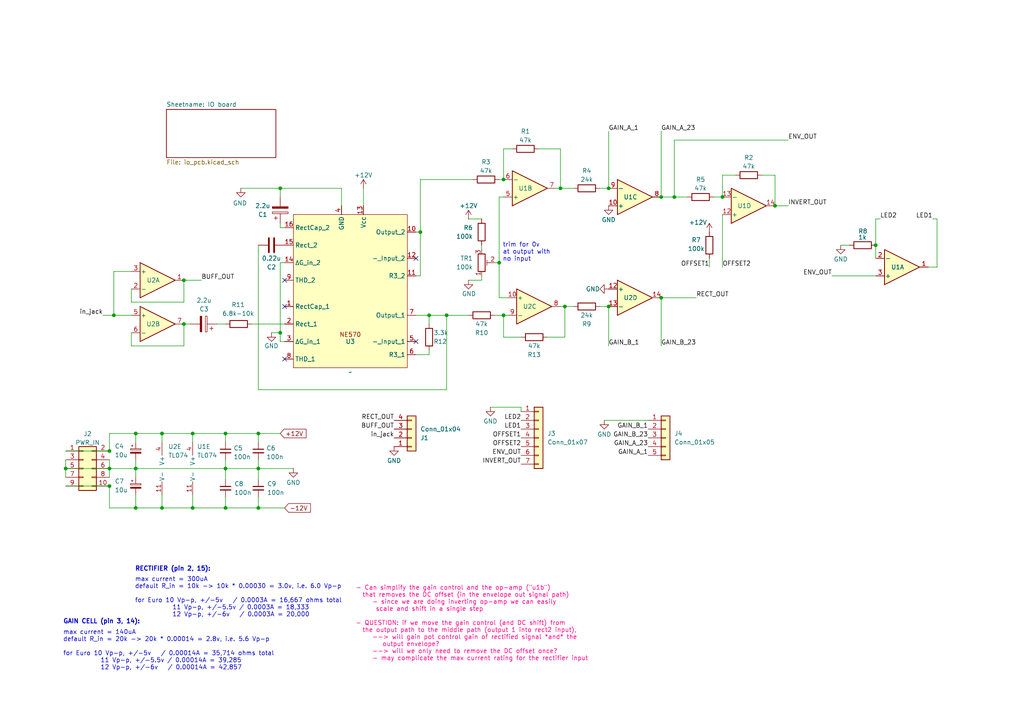
<source format=kicad_sch>
(kicad_sch (version 20231120) (generator "eeschema") (generator_version "8.0")
  (paper "A4")
  (lib_symbols
    (symbol "Amplifier_Operational:TL074" (pin_names (offset 0.127))
      (property "Reference" "U" (at 0 5.08 0))
      (property "Value" "TL074" (at 0 -5.08 0))
      (symbol "TL074_1_1"
        (polyline (pts (xy -5.08 5.08) (xy 5.08 0) (xy -5.08 -5.08) (xy -5.08 5.08)) (stroke (width 0.254)) (fill (type background)))
        (pin output line (at 7.62 0 180) (length 2.54) (name "~") (number "1"))
        (pin input line (at -7.62 -2.54 0) (length 2.54) (name "-") (number "2"))
        (pin input line (at -7.62 2.54 0) (length 2.54) (name "+") (number "3"))
      )
      (symbol "TL074_2_1"
        (polyline (pts (xy -5.08 5.08) (xy 5.08 0) (xy -5.08 -5.08) (xy -5.08 5.08)) (stroke (width 0.254)) (fill (type background)))
        (pin input line (at -7.62 2.54 0) (length 2.54) (name "+") (number "5"))
        (pin input line (at -7.62 -2.54 0) (length 2.54) (name "-") (number "6"))
        (pin output line (at 7.62 0 180) (length 2.54) (name "~") (number "7"))
      )
      (symbol "TL074_3_1"
        (polyline (pts (xy -5.08 5.08) (xy 5.08 0) (xy -5.08 -5.08) (xy -5.08 5.08)) (stroke (width 0.254)) (fill (type background)))
        (pin input line (at -7.62 2.54 0) (length 2.54) (name "+") (number "10"))
        (pin output line (at 7.62 0 180) (length 2.54) (name "~") (number "8"))
        (pin input line (at -7.62 -2.54 0) (length 2.54) (name "-") (number "9"))
      )
      (symbol "TL074_4_1"
        (polyline (pts (xy -5.08 5.08) (xy 5.08 0) (xy -5.08 -5.08) (xy -5.08 5.08)) (stroke (width 0.254)) (fill (type background)))
        (pin input line (at -7.62 2.54 0) (length 2.54) (name "+") (number "12"))
        (pin input line (at -7.62 -2.54 0) (length 2.54) (name "-") (number "13"))
        (pin output line (at 7.62 0 180) (length 2.54) (name "~") (number "14"))
      )
      (symbol "TL074_5_1"
        (pin power_in line (at -2.54 -7.62 90) (length 3.81) (name "V-") (number "11"))
        (pin power_in line (at -2.54 7.62 270) (length 3.81) (name "V+") (number "4"))
      )
    )
    (symbol "Connector_Generic:Conn_01x04" (pin_names (offset 1.016) hide)
      (property "Reference" "J" (at 0 5.08 0))
      (property "Value" "Conn_01x04" (at 0 -7.62 0))
      (symbol "Conn_01x04_1_1"
        (rectangle (start -1.27 -4.953) (end 0 -5.207) (stroke (width 0.1524)))
        (rectangle (start -1.27 -2.413) (end 0 -2.667) (stroke (width 0.1524)))
        (rectangle (start -1.27 0.127) (end 0 -0.127) (stroke (width 0.1524)))
        (rectangle (start -1.27 2.667) (end 0 2.413) (stroke (width 0.1524)))
        (rectangle (start -1.27 3.81) (end 1.27 -6.35) (stroke (width 0.254)) (fill (type background)))
        (pin passive line (at -5.08 2.54 0) (length 3.81) (name "Pin_1") (number "1"))
        (pin passive line (at -5.08 0 0) (length 3.81) (name "Pin_2") (number "2"))
        (pin passive line (at -5.08 -2.54 0) (length 3.81) (name "Pin_3") (number "3"))
        (pin passive line (at -5.08 -5.08 0) (length 3.81) (name "Pin_4") (number "4"))
      )
    )
    (symbol "Connector_Generic:Conn_01x05" (pin_names (offset 1.016) hide)
      (property "Reference" "J" (at 0 7.62 0))
      (property "Value" "Conn_01x05" (at 0 -7.62 0))
      (symbol "Conn_01x05_1_1"
        (rectangle (start -1.27 -4.953) (end 0 -5.207) (stroke (width 0.1524)))
        (rectangle (start -1.27 -2.413) (end 0 -2.667) (stroke (width 0.1524)))
        (rectangle (start -1.27 0.127) (end 0 -0.127) (stroke (width 0.1524)))
        (rectangle (start -1.27 2.667) (end 0 2.413) (stroke (width 0.1524)))
        (rectangle (start -1.27 5.207) (end 0 4.953) (stroke (width 0.1524)))
        (rectangle (start -1.27 6.35) (end 1.27 -6.35) (stroke (width 0.254)) (fill (type background)))
        (pin passive line (at -5.08 5.08 0) (length 3.81) (name "Pin_1") (number "1"))
        (pin passive line (at -5.08 2.54 0) (length 3.81) (name "Pin_2") (number "2"))
        (pin passive line (at -5.08 0 0) (length 3.81) (name "Pin_3") (number "3"))
        (pin passive line (at -5.08 -2.54 0) (length 3.81) (name "Pin_4") (number "4"))
        (pin passive line (at -5.08 -5.08 0) (length 3.81) (name "Pin_5") (number "5"))
      )
    )
    (symbol "Connector_Generic:Conn_01x07" (pin_names (offset 1.016) hide)
      (property "Reference" "J" (at 0 10.16 0))
      (property "Value" "Conn_01x07" (at 0 -10.16 0))
      (symbol "Conn_01x07_1_1"
        (rectangle (start -1.27 -7.493) (end 0 -7.747) (stroke (width 0.1524)))
        (rectangle (start -1.27 -4.953) (end 0 -5.207) (stroke (width 0.1524)))
        (rectangle (start -1.27 -2.413) (end 0 -2.667) (stroke (width 0.1524)))
        (rectangle (start -1.27 0.127) (end 0 -0.127) (stroke (width 0.1524)))
        (rectangle (start -1.27 2.667) (end 0 2.413) (stroke (width 0.1524)))
        (rectangle (start -1.27 5.207) (end 0 4.953) (stroke (width 0.1524)))
        (rectangle (start -1.27 7.747) (end 0 7.493) (stroke (width 0.1524)))
        (rectangle (start -1.27 8.89) (end 1.27 -8.89) (stroke (width 0.254)) (fill (type background)))
        (pin passive line (at -5.08 7.62 0) (length 3.81) (name "Pin_1") (number "1"))
        (pin passive line (at -5.08 5.08 0) (length 3.81) (name "Pin_2") (number "2"))
        (pin passive line (at -5.08 2.54 0) (length 3.81) (name "Pin_3") (number "3"))
        (pin passive line (at -5.08 0 0) (length 3.81) (name "Pin_4") (number "4"))
        (pin passive line (at -5.08 -2.54 0) (length 3.81) (name "Pin_5") (number "5"))
        (pin passive line (at -5.08 -5.08 0) (length 3.81) (name "Pin_6") (number "6"))
        (pin passive line (at -5.08 -7.62 0) (length 3.81) (name "Pin_7") (number "7"))
      )
    )
    (symbol "Connector_Generic:Conn_02x05_Odd_Even" (pin_names (offset 1.016) hide)
      (property "Reference" "J" (at 1.27 7.62 0))
      (property "Value" "Conn_02x05_Odd_Even" (at 1.27 -7.62 0))
      (symbol "Conn_02x05_Odd_Even_1_1"
        (rectangle (start -1.27 -4.953) (end 0 -5.207) (stroke (width 0.1524)))
        (rectangle (start -1.27 -2.413) (end 0 -2.667) (stroke (width 0.1524)))
        (rectangle (start -1.27 0.127) (end 0 -0.127) (stroke (width 0.1524)))
        (rectangle (start -1.27 2.667) (end 0 2.413) (stroke (width 0.1524)))
        (rectangle (start -1.27 5.207) (end 0 4.953) (stroke (width 0.1524)))
        (rectangle (start -1.27 6.35) (end 3.81 -6.35) (stroke (width 0.254)) (fill (type background)))
        (rectangle (start 3.81 -4.953) (end 2.54 -5.207) (stroke (width 0.1524)))
        (rectangle (start 3.81 -2.413) (end 2.54 -2.667) (stroke (width 0.1524)))
        (rectangle (start 3.81 0.127) (end 2.54 -0.127) (stroke (width 0.1524)))
        (rectangle (start 3.81 2.667) (end 2.54 2.413) (stroke (width 0.1524)))
        (rectangle (start 3.81 5.207) (end 2.54 4.953) (stroke (width 0.1524)))
        (pin passive line (at -5.08 5.08 0) (length 3.81) (name "Pin_1") (number "1"))
        (pin passive line (at 7.62 -5.08 180) (length 3.81) (name "Pin_10") (number "10"))
        (pin passive line (at 7.62 5.08 180) (length 3.81) (name "Pin_2") (number "2"))
        (pin passive line (at -5.08 2.54 0) (length 3.81) (name "Pin_3") (number "3"))
        (pin passive line (at 7.62 2.54 180) (length 3.81) (name "Pin_4") (number "4"))
        (pin passive line (at -5.08 0 0) (length 3.81) (name "Pin_5") (number "5"))
        (pin passive line (at 7.62 0 180) (length 3.81) (name "Pin_6") (number "6"))
        (pin passive line (at -5.08 -2.54 0) (length 3.81) (name "Pin_7") (number "7"))
        (pin passive line (at 7.62 -2.54 180) (length 3.81) (name "Pin_8") (number "8"))
        (pin passive line (at -5.08 -5.08 0) (length 3.81) (name "Pin_9") (number "9"))
      )
    )
    (symbol "Device:C" (pin_numbers hide) (pin_names (offset 0.254))
      (property "Reference" "C" (at 0.635 2.54 0))
      (property "Value" "C" (at 0.635 -2.54 0))
      (symbol "C_0_1"
        (polyline (pts (xy -2.032 -0.762) (xy 2.032 -0.762)) (stroke (width 0.508)))
        (polyline (pts (xy -2.032 0.762) (xy 2.032 0.762)) (stroke (width 0.508)))
      )
      (symbol "C_1_1"
        (pin passive line (at 0 3.81 270) (length 2.794) (name "~") (number "1"))
        (pin passive line (at 0 -3.81 90) (length 2.794) (name "~") (number "2"))
      )
    )
    (symbol "Device:C_Polarized" (pin_numbers hide) (pin_names (offset 0.254))
      (property "Reference" "C" (at 0.635 2.54 0))
      (property "Value" "C_Polarized" (at 0.635 -2.54 0))
      (symbol "C_Polarized_0_1"
        (rectangle (start -2.286 0.508) (end 2.286 1.016))
        (polyline (pts (xy -1.778 2.286) (xy -0.762 2.286)))
        (polyline (pts (xy -1.27 2.794) (xy -1.27 1.778)))
        (rectangle (start 2.286 -0.508) (end -2.286 -1.016) (fill (type outline)))
      )
      (symbol "C_Polarized_1_1"
        (pin passive line (at 0 3.81 270) (length 2.794) (name "~") (number "1"))
        (pin passive line (at 0 -3.81 90) (length 2.794) (name "~") (number "2"))
      )
    )
    (symbol "Device:C_Polarized_Small" (pin_numbers hide) (pin_names (offset 0.254) hide)
      (property "Reference" "C" (at 0.254 1.778 0))
      (property "Value" "C_Polarized_Small" (at 0.254 -2.032 0))
      (symbol "C_Polarized_Small_0_1"
        (rectangle (start -1.524 -0.3048) (end 1.524 -0.6858) (fill (type outline)))
        (rectangle (start -1.524 0.6858) (end 1.524 0.3048))
        (polyline (pts (xy -1.27 1.524) (xy -0.762 1.524)))
        (polyline (pts (xy -1.016 1.27) (xy -1.016 1.778)))
      )
      (symbol "C_Polarized_Small_1_1"
        (pin passive line (at 0 2.54 270) (length 1.8542) (name "~") (number "1"))
        (pin passive line (at 0 -2.54 90) (length 1.8542) (name "~") (number "2"))
      )
    )
    (symbol "Device:C_Small" (pin_numbers hide) (pin_names (offset 0.254) hide)
      (property "Reference" "C" (at 0.254 1.778 0))
      (property "Value" "C_Small" (at 0.254 -2.032 0))
      (symbol "C_Small_0_1"
        (polyline (pts (xy -1.524 -0.508) (xy 1.524 -0.508)) (stroke (width 0.3302)))
        (polyline (pts (xy -1.524 0.508) (xy 1.524 0.508)) (stroke (width 0.3048)))
      )
      (symbol "C_Small_1_1"
        (pin passive line (at 0 2.54 270) (length 2.032) (name "~") (number "1"))
        (pin passive line (at 0 -2.54 90) (length 2.032) (name "~") (number "2"))
      )
    )
    (symbol "Device:R" (pin_numbers hide) (pin_names (offset 0))
      (property "Reference" "R" (at 2.032 0 90))
      (property "Value" "R" (at 0 0 90))
      (symbol "R_0_1"
        (rectangle (start -1.016 -2.54) (end 1.016 2.54) (stroke (width 0.254)))
      )
      (symbol "R_1_1"
        (pin passive line (at 0 3.81 270) (length 1.27) (name "~") (number "1"))
        (pin passive line (at 0 -3.81 90) (length 1.27) (name "~") (number "2"))
      )
    )
    (symbol "Device:R_Potentiometer_Trim" (pin_names (offset 1.016) hide)
      (property "Reference" "RV" (at -4.445 0 90))
      (property "Value" "R_Potentiometer_Trim" (at -2.54 0 90))
      (symbol "R_Potentiometer_Trim_0_1"
        (polyline (pts (xy 1.524 0.762) (xy 1.524 -0.762)))
        (polyline (pts (xy 2.54 0) (xy 1.524 0)))
        (rectangle (start 1.016 2.54) (end -1.016 -2.54) (stroke (width 0.254)))
      )
      (symbol "R_Potentiometer_Trim_1_1"
        (pin passive line (at 0 3.81 270) (length 1.27) (name "1") (number "1"))
        (pin passive line (at 3.81 0 180) (length 1.27) (name "2") (number "2"))
        (pin passive line (at 0 -3.81 90) (length 1.27) (name "3") (number "3"))
      )
    )
    (symbol "WeirdVibes_Eurorack:NE570"
      (property "Reference" "U" (at 0 15.24 0))
      (symbol "NE570_0_0"
        (pin input line (at -19.05 3.81 0) (length 2.54) (name "RectCap_1") (number "1"))
        (pin output line (at 19.05 -17.78 180) (length 2.54) (name "Output_2") (number "10"))
        (pin input line (at 19.05 -5.08 180) (length 2.54) (name "R3_2") (number "11"))
        (pin input line (at 3.81 -25.4 90) (length 2.54) (name "Vcc") (number "13"))
        (pin input line (at -19.05 -13.97 0) (length 2.54) (name "Rect_2") (number "15"))
        (pin input line (at -19.05 -19.05 0) (length 2.54) (name "RectCap_2") (number "16"))
        (pin input line (at -19.05 8.89 0) (length 2.54) (name "Rect_1") (number "2"))
        (pin input line (at -2.54 -25.4 90) (length 2.54) (name "GND") (number "4"))
        (pin input line (at 19.05 17.78 180) (length 2.54) (name "R3_1") (number "6"))
        (pin output line (at 19.05 6.35 180) (length 2.54) (name "Output_1") (number "7"))
        (pin input line (at -19.05 19.05 0) (length 2.54) (name "THD_1") (number "8"))
        (pin input line (at -19.05 -3.81 0) (length 2.54) (name "THD_2") (number "9"))
      )
      (symbol "NE570_1_0"
        (pin input line (at 19.05 -10.16 180) (length 2.54) (name "-_Input_2") (number "12"))
        (pin input line (at -19.05 -8.89 0) (length 2.54) (name "ΔG_in_2") (number "14"))
        (pin input line (at -19.05 13.97 0) (length 2.54) (name "ΔG_in_1") (number "3"))
        (pin input line (at 19.05 13.97 180) (length 2.54) (name "-_Input_1") (number "5"))
      )
      (symbol "NE570_1_1"
        (rectangle (start -16.51 21.59) (end 16.51 -22.86) (fill (type background)))
        (text "NE570\n" (at 0 11.938 0) (effects (font (size 1.27 1.27))))
      )
    )
    (symbol "power:+12V" (power) (pin_numbers hide) (pin_names (offset 0) hide)
      (property "Value" "+12V" (at 0 3.556 0))
      (symbol "+12V_0_1"
        (polyline (pts (xy -0.762 1.27) (xy 0 2.54)))
        (polyline (pts (xy 0 0) (xy 0 2.54)))
        (polyline (pts (xy 0 2.54) (xy 0.762 1.27)))
      )
      (symbol "+12V_1_1"
        (pin power_in line (at 0 0 90) (length 0) (name "~") (number "1"))
      )
    )
    (symbol "power:GND" (power) (pin_numbers hide) (pin_names (offset 0) hide)
      (property "Value" "GND" (at 0 -3.81 0))
      (symbol "GND_0_1"
        (polyline (pts (xy 0 0) (xy 0 -1.27) (xy 1.27 -1.27) (xy 0 -2.54) (xy -1.27 -1.27) (xy 0 -1.27)))
      )
      (symbol "GND_1_1"
        (pin power_in line (at 0 0 270) (length 0) (name "~") (number "1"))
      )
    )
  )
  (junction (at 81.28 54.61))
  (junction (at 146.05 52.07))
  (junction (at 33.02 91.44))
  (junction (at 46.99 147.32))
  (junction (at 65.405 135.89))
  (junction (at 39.37 125.73))
  (junction (at 19.05 135.89))
  (junction (at 121.92 67.31))
  (junction (at 53.34 81.28))
  (junction (at 39.37 147.32))
  (junction (at 254 71.12))
  (junction (at 163.83 88.9))
  (junction (at 81.28 96.52))
  (junction (at 124.46 91.44))
  (junction (at 224.79 59.69))
  (junction (at 46.99 125.73))
  (junction (at 191.77 86.36))
  (junction (at 129.54 91.44))
  (junction (at 74.93 125.73))
  (junction (at 53.34 93.98))
  (junction (at 74.93 135.89))
  (junction (at 191.77 57.15))
  (junction (at 31.75 135.89))
  (junction (at 31.75 140.97))
  (junction (at 55.88 125.73))
  (junction (at 176.53 54.61))
  (junction (at 162.56 54.61))
  (junction (at 176.53 88.9))
  (junction (at 74.93 147.32))
  (junction (at 65.405 147.32))
  (junction (at 144.78 76.2))
  (junction (at 209.55 57.15))
  (junction (at 31.75 130.81))
  (junction (at 65.405 125.73))
  (junction (at 39.37 135.89))
  (junction (at 146.05 91.44))
  (junction (at 195.58 57.15))
  (junction (at 55.88 147.32))
  (no_connect (at 120.65 74.93))
  (no_connect (at 82.55 104.14))
  (no_connect (at 82.55 81.28))
  (no_connect (at 120.65 99.06))
  (no_connect (at 82.55 88.9))
  (wire (pts (xy 81.28 76.2) (xy 81.28 96.52)))
  (wire (pts (xy 254 63.5) (xy 255.27 63.5)))
  (wire (pts (xy 53.34 93.98) (xy 55.245 93.98)))
  (wire (pts (xy 254 63.5) (xy 254 71.12)))
  (wire (pts (xy 74.93 147.32) (xy 82.55 147.32)))
  (wire (pts (xy 29.845 91.44) (xy 33.02 91.44)))
  (wire (pts (xy 74.93 144.145) (xy 74.93 147.32)))
  (wire (pts (xy 121.92 52.07) (xy 121.92 67.31)))
  (wire (pts (xy 254 74.93) (xy 254 71.12)))
  (wire (pts (xy 39.37 147.32) (xy 46.99 147.32)))
  (wire (pts (xy 19.05 135.89) (xy 19.05 138.43)))
  (wire (pts (xy 120.65 80.01) (xy 121.92 80.01)))
  (wire (pts (xy 176.53 54.61) (xy 173.99 54.61)))
  (wire (pts (xy 143.51 76.2) (xy 144.78 76.2)))
  (wire (pts (xy 31.75 147.32) (xy 39.37 147.32)))
  (wire (pts (xy 65.405 125.73) (xy 65.405 128.27)))
  (wire (pts (xy 78.74 96.52) (xy 81.28 96.52)))
  (wire (pts (xy 65.405 135.89) (xy 74.93 135.89)))
  (wire (pts (xy 176.53 100.33) (xy 176.53 88.9)))
  (wire (pts (xy 191.77 86.36) (xy 201.93 86.36)))
  (wire (pts (xy 65.405 133.35) (xy 65.405 135.89)))
  (wire (pts (xy 65.405 135.89) (xy 65.405 139.065)))
  (wire (pts (xy 146.05 97.79) (xy 146.05 91.44)))
  (wire (pts (xy 166.37 54.61) (xy 162.56 54.61)))
  (wire (pts (xy 139.7 71.12) (xy 139.7 72.39)))
  (wire (pts (xy 271.78 63.5) (xy 271.78 77.47)))
  (wire (pts (xy 55.88 147.32) (xy 65.405 147.32)))
  (wire (pts (xy 144.78 57.15) (xy 144.78 76.2)))
  (wire (pts (xy 39.37 135.89) (xy 65.405 135.89)))
  (wire (pts (xy 148.59 43.18) (xy 146.05 43.18)))
  (wire (pts (xy 129.54 91.44) (xy 135.89 91.44)))
  (wire (pts (xy 38.1 87.63) (xy 53.34 87.63)))
  (wire (pts (xy 158.75 97.79) (xy 163.83 97.79)))
  (wire (pts (xy 33.02 91.44) (xy 38.1 91.44)))
  (wire (pts (xy 31.75 125.73) (xy 39.37 125.73)))
  (wire (pts (xy 31.75 125.73) (xy 31.75 130.81)))
  (wire (pts (xy 38.1 83.82) (xy 38.1 87.63)))
  (wire (pts (xy 195.58 40.64) (xy 228.6 40.64)))
  (wire (pts (xy 162.56 54.61) (xy 161.29 54.61)))
  (wire (pts (xy 191.77 38.1) (xy 191.77 57.15)))
  (wire (pts (xy 39.37 133.35) (xy 39.37 135.89)))
  (wire (pts (xy 46.99 147.32) (xy 55.88 147.32)))
  (wire (pts (xy 19.05 130.81) (xy 31.75 130.81)))
  (wire (pts (xy 19.05 133.35) (xy 19.05 135.89)))
  (wire (pts (xy 151.13 97.79) (xy 146.05 97.79)))
  (wire (pts (xy 135.89 81.28) (xy 139.7 81.28)))
  (wire (pts (xy 220.98 50.8) (xy 224.79 50.8)))
  (wire (pts (xy 124.46 91.44) (xy 120.65 91.44)))
  (wire (pts (xy 209.55 50.8) (xy 209.55 57.15)))
  (wire (pts (xy 144.78 52.07) (xy 146.05 52.07)))
  (wire (pts (xy 124.46 91.44) (xy 129.54 91.44)))
  (wire (pts (xy 46.99 125.73) (xy 55.88 125.73)))
  (wire (pts (xy 55.88 143.51) (xy 55.88 147.32)))
  (wire (pts (xy 53.34 81.28) (xy 58.42 81.28)))
  (wire (pts (xy 81.28 99.06) (xy 82.55 99.06)))
  (wire (pts (xy 38.1 100.33) (xy 53.34 100.33)))
  (wire (pts (xy 207.01 57.15) (xy 209.55 57.15)))
  (wire (pts (xy 19.05 140.97) (xy 31.75 140.97)))
  (wire (pts (xy 74.93 71.12) (xy 74.93 113.03)))
  (wire (pts (xy 173.99 88.9) (xy 176.53 88.9)))
  (wire (pts (xy 246.38 71.12) (xy 243.84 71.12)))
  (wire (pts (xy 31.75 133.35) (xy 31.75 135.89)))
  (wire (pts (xy 53.34 87.63) (xy 53.34 81.28)))
  (wire (pts (xy 146.05 91.44) (xy 147.32 91.44)))
  (wire (pts (xy 55.88 125.73) (xy 55.88 128.27)))
  (wire (pts (xy 209.55 62.23) (xy 209.55 77.47)))
  (wire (pts (xy 143.51 91.44) (xy 146.05 91.44)))
  (wire (pts (xy 151.13 118.11) (xy 142.24 118.11)))
  (wire (pts (xy 39.37 138.43) (xy 39.37 135.89)))
  (wire (pts (xy 31.75 135.89) (xy 31.75 138.43)))
  (wire (pts (xy 46.99 143.51) (xy 46.99 147.32)))
  (wire (pts (xy 74.93 133.35) (xy 74.93 135.89)))
  (wire (pts (xy 33.02 78.74) (xy 38.1 78.74)))
  (wire (pts (xy 124.46 102.87) (xy 124.46 101.6)))
  (wire (pts (xy 121.92 67.31) (xy 120.65 67.31)))
  (wire (pts (xy 31.75 147.32) (xy 31.75 140.97)))
  (wire (pts (xy 82.55 76.2) (xy 81.28 76.2)))
  (wire (pts (xy 121.92 67.31) (xy 121.92 80.01)))
  (wire (pts (xy 74.93 135.89) (xy 85.09 135.89)))
  (wire (pts (xy 65.405 147.32) (xy 74.93 147.32)))
  (wire (pts (xy 124.46 93.98) (xy 124.46 91.44)))
  (wire (pts (xy 156.21 43.18) (xy 162.56 43.18)))
  (wire (pts (xy 62.865 93.98) (xy 65.405 93.98)))
  (wire (pts (xy 65.405 125.73) (xy 74.93 125.73)))
  (wire (pts (xy 191.77 100.33) (xy 191.77 86.36)))
  (wire (pts (xy 241.3 80.01) (xy 254 80.01)))
  (wire (pts (xy 175.26 121.92) (xy 187.96 121.92)))
  (wire (pts (xy 19.05 135.89) (xy 31.75 135.89)))
  (wire (pts (xy 31.75 135.89) (xy 39.37 135.89)))
  (wire (pts (xy 81.28 96.52) (xy 81.28 99.06)))
  (wire (pts (xy 53.34 100.33) (xy 53.34 93.98)))
  (wire (pts (xy 39.37 143.51) (xy 39.37 147.32)))
  (wire (pts (xy 39.37 125.73) (xy 39.37 128.27)))
  (wire (pts (xy 195.58 57.15) (xy 199.39 57.15)))
  (wire (pts (xy 81.28 66.04) (xy 82.55 66.04)))
  (wire (pts (xy 55.88 125.73) (xy 65.405 125.73)))
  (wire (pts (xy 151.13 119.38) (xy 151.13 118.11)))
  (wire (pts (xy 121.92 52.07) (xy 137.16 52.07)))
  (wire (pts (xy 162.56 43.18) (xy 162.56 54.61)))
  (wire (pts (xy 228.6 59.69) (xy 224.79 59.69)))
  (wire (pts (xy 144.78 57.15) (xy 146.05 57.15)))
  (wire (pts (xy 129.54 91.44) (xy 129.54 113.03)))
  (wire (pts (xy 69.85 54.61) (xy 81.28 54.61)))
  (wire (pts (xy 176.53 38.1) (xy 176.53 54.61)))
  (wire (pts (xy 65.405 144.145) (xy 65.405 147.32)))
  (wire (pts (xy 135.89 63.5) (xy 139.7 63.5)))
  (wire (pts (xy 271.78 77.47) (xy 269.24 77.47)))
  (wire (pts (xy 120.65 102.87) (xy 124.46 102.87)))
  (wire (pts (xy 163.83 97.79) (xy 163.83 88.9)))
  (wire (pts (xy 73.025 93.98) (xy 82.55 93.98)))
  (wire (pts (xy 74.93 125.73) (xy 74.93 128.27)))
  (wire (pts (xy 144.78 76.2) (xy 144.78 86.36)))
  (wire (pts (xy 191.77 57.15) (xy 195.58 57.15)))
  (wire (pts (xy 162.56 88.9) (xy 163.83 88.9)))
  (wire (pts (xy 105.41 59.69) (xy 105.41 54.61)))
  (wire (pts (xy 81.28 54.61) (xy 81.28 57.15)))
  (wire (pts (xy 224.79 50.8) (xy 224.79 59.69)))
  (wire (pts (xy 146.05 43.18) (xy 146.05 52.07)))
  (wire (pts (xy 195.58 40.64) (xy 195.58 57.15)))
  (wire (pts (xy 270.51 63.5) (xy 271.78 63.5)))
  (wire (pts (xy 99.06 54.61) (xy 99.06 59.69)))
  (wire (pts (xy 38.1 96.52) (xy 38.1 100.33)))
  (wire (pts (xy 74.93 135.89) (xy 74.93 139.065)))
  (wire (pts (xy 139.7 81.28) (xy 139.7 80.01)))
  (wire (pts (xy 213.36 50.8) (xy 209.55 50.8)))
  (wire (pts (xy 81.28 54.61) (xy 99.06 54.61)))
  (wire (pts (xy 81.28 66.04) (xy 81.28 64.77)))
  (wire (pts (xy 39.37 125.73) (xy 46.99 125.73)))
  (wire (pts (xy 163.83 88.9) (xy 166.37 88.9)))
  (wire (pts (xy 74.93 113.03) (xy 129.54 113.03)))
  (wire (pts (xy 74.93 125.73) (xy 81.28 125.73)))
  (wire (pts (xy 33.02 91.44) (xy 33.02 78.74)))
  (wire (pts (xy 144.78 86.36) (xy 147.32 86.36)))
  (wire (pts (xy 205.74 77.47) (xy 205.74 74.93)))
  (wire (pts (xy 46.99 128.27) (xy 46.99 125.73)))
  (text "max current = 300uA\ndefault R_in = 10k -> 10k * 0.00030 = 3.0v, i.e. 6.0 Vp-p\n\nfor Euro 10 Vp-p, +/-5v   / 0.0003A = 16,667 ohms total\n		 11 Vp-p, +/-5.5v / 0.0003A = 18,333\n		 12 Vp-p, +/-6v   / 0.0003A = 20,000" (at 39.116 173.228 0) (effects (font (size 1.27 1.27)) (justify left)))
  (text "- Can simplify the gain control and the op-amp (\"u1b\")\n  that removes the DC offset (in the envelope out signal path)\n	- since we are doing inverting op-amp we can easily\n      scale and shift in a single step\n\n- QUESTION: if we move the gain control (and DC shift) from\n  the output path to the middle path (output 1 into rect2 input),\n	--> will gain pot control gain of rectified signal *and* the\n        output envelope?\n	--> will we only need to remove the DC offset once?\n	- may complicate the max current rating for the rectifier input\n  " (at 103.124 181.864 0) (effects (font (size 1.27 1.27)) (justify left)))
  (text "RECTIFIER (pin 2, 15):\n" (at 39.116 164.338 0) (effects (font (size 1.27 1.27) (thickness 0.254) (bold yes)) (justify left top)))
  (text "GAIN CELL (pin 3, 14):" (at 18.288 180.34 0) (effects (font (size 1.27 1.27) (thickness 0.254) (bold yes)) (justify left)))
  (text "trim for 0v\nat output with\nno input" (at 145.796 73.152 0) (effects (font (size 1.27 1.27)) (justify left)))
  (text "max current = 140uA\ndefault R_in = 20k -> 20k * 0.00014 = 2.8v, i.e. 5.6 Vp-p\n\nfor Euro 10 Vp-p, +/-5v   / 0.00014A = 35,714 ohms total\n		 11 Vp-p, +/-5.5v / 0.00014A = 39,285\n		 12 Vp-p, +/-6v   / 0.00014A = 42,857\n" (at 18.288 188.595 0) (effects (font (size 1.27 1.27)) (justify left)))
  (label "OFFSET1" (at 205.74 77.47 180))
  (label "GAIN_B_23" (at 191.77 100.33 0))
  (label "BUFF_OUT" (at 114.3 124.46 180))
  (label "GAIN_A_1" (at 176.53 38.1 0))
  (label "BUFF_OUT" (at 58.42 81.28 0))
  (label "GAIN_B_23" (at 187.96 127 180))
  (label "GAIN_A_23" (at 191.77 38.1 0))
  (label "LED1" (at 270.51 63.5 180))
  (label "LED2" (at 151.13 121.92 180))
  (label "in_jack" (at 114.3 127 180))
  (label "in_jack" (at 29.845 91.44 180))
  (label "ENV_OUT" (at 151.13 132.08 180))
  (label "INVERT_OUT" (at 151.13 134.62 180))
  (label "LED1" (at 151.13 124.46 180))
  (label "RECT_OUT" (at 201.93 86.36 0))
  (label "OFFSET2" (at 151.13 129.54 180))
  (label "OFFSET1" (at 151.13 127 180))
  (label "GAIN_A_1" (at 187.96 132.08 180))
  (label "GAIN_B_1" (at 187.96 124.46 180))
  (label "ENV_OUT" (at 228.6 40.64 0))
  (label "RECT_OUT" (at 114.3 121.92 180))
  (label "GAIN_A_23" (at 187.96 129.54 180))
  (label "GAIN_B_1" (at 176.53 100.33 0))
  (label "INVERT_OUT" (at 228.6 59.69 0))
  (label "ENV_OUT" (at 241.3 80.01 180))
  (label "OFFSET2" (at 209.55 77.47 0))
  (label "LED2" (at 255.27 63.5 0))
  (global_label "+12V" (shape input) (at 81.28 125.73 0) (property "Intersheetrefs" "${INTERSHEET_REFS}" (effects (hide yes))))
  (global_label "-12V" (shape input) (at 82.55 147.32 0) (property "Intersheetrefs" "${INTERSHEET_REFS}" (effects (hide yes))))
  (symbol (lib_id "power:+12V") (at 205.74 67.31 0) (unit 1)
    (property "Reference" "#PWR05" (effects (hide yes)))
    (property "Value" "+12V" (at 202.438 64.516 0))
    (property "Description" "Power symbol creates a global label with name \"+12V\"" (effects (hide yes)))
  )
  (symbol (lib_id "Device:C") (at 78.74 71.12 270) (mirror x) (unit 1)
    (property "Reference" "C2" (at 78.74 77.47 90))
    (property "Value" "0.22u" (at 78.74 74.93 90))
    (property "Footprint" "Capacitor_THT:C_Disc_D3.0mm_W2.0mm_P2.50mm" (effects (hide yes)))
    (property "Description" "Unpolarized capacitor" (effects (hide yes)))
  )
  (symbol (lib_id "power:GND") (at 78.74 96.52 0) (mirror y) (unit 1)
    (property "Reference" "#PWR09" (effects (hide yes)))
    (property "Value" "GND" (at 78.74 100.33 0))
    (property "Description" "Power symbol creates a global label with name \"GND\" , ground" (effects (hide yes)))
  )
  (symbol (lib_id "power:+12V") (at 135.89 63.5 0) (mirror y) (unit 1)
    (property "Reference" "#PWR04" (effects (hide yes)))
    (property "Value" "+12V" (at 135.89 59.69 0))
    (property "Description" "Power symbol creates a global label with name \"+12V\"" (effects (hide yes)))
  )
  (symbol (lib_id "Device:R") (at 217.17 50.8 90) (unit 1)
    (property "Reference" "R2" (at 217.17 45.72 90))
    (property "Value" "47k" (at 217.17 48.26 90))
    (property "Footprint" "Resistor_THT:R_Axial_DIN0204_L3.6mm_D1.6mm_P2.54mm_Vertical" (effects (hide yes)))
    (property "Description" "Resistor" (effects (hide yes)))
  )
  (symbol (lib_id "power:GND") (at 114.3 129.54 0) (mirror y) (unit 1)
    (property "Reference" "#PWR010" (effects (hide yes)))
    (property "Value" "GND" (at 114.3 133.604 0))
    (property "Description" "Power symbol creates a global label with name \"GND\" , ground" (effects (hide yes)))
  )
  (symbol (lib_id "Device:R") (at 139.7 67.31 0) (mirror x) (unit 1)
    (property "Reference" "R6" (at 137.16 66.0399 0) (effects (justify right)))
    (property "Value" "100k" (at 137.16 68.5799 0) (effects (justify right)))
    (property "Footprint" "Resistor_THT:R_Axial_DIN0204_L3.6mm_D1.6mm_P5.08mm_Horizontal" (effects (hide yes)))
    (property "Description" "Resistor" (effects (hide yes)))
  )
  (symbol (lib_id "Device:R") (at 152.4 43.18 90) (unit 1)
    (property "Reference" "R1" (at 152.4 38.1 90))
    (property "Value" "47k" (at 152.4 40.64 90))
    (property "Footprint" "Resistor_THT:R_Axial_DIN0204_L3.6mm_D1.6mm_P2.54mm_Vertical" (effects (hide yes)))
    (property "Description" "Resistor" (effects (hide yes)))
  )
  (symbol (lib_id "Device:R") (at 69.215 93.98 90) (mirror x) (unit 1)
    (property "Reference" "R11" (at 69.088 88.392 90))
    (property "Value" "6.8k-10k" (at 69.088 90.932 90))
    (property "Footprint" "Resistor_THT:R_Axial_DIN0204_L3.6mm_D1.6mm_P2.54mm_Vertical" (effects (hide yes)))
    (property "Description" "Resistor" (effects (hide yes)))
  )
  (symbol (lib_id "Amplifier_Operational:TL074") (at 45.72 93.98 0) (unit 2)
    (property "Reference" "U2" (at 44.45 93.98 0))
    (property "Value" "TL074" (effects (hide yes)))
    (property "Footprint" "Package_DIP:DIP-14_W7.62mm" (effects (hide yes)))
    (property "Datasheet" "http://www.ti.com/lit/ds/symlink/tl071.pdf" (effects (hide yes)))
    (property "Description" "Quad Low-Noise JFET-Input Operational Amplifiers, DIP-14/SOIC-14" (effects (hide yes)))
  )
  (symbol (lib_id "Device:C_Small") (at 74.93 130.81 0) (unit 1)
    (property "Reference" "C6" (at 77.2541 129.9816 0) (effects (justify left)))
    (property "Value" "100n" (at 77.2541 132.5185 0) (effects (justify left)))
    (property "Footprint" "Capacitor_THT:C_Disc_D3.0mm_W2.0mm_P2.50mm" (effects (hide yes)))
    (property "LCSC" "C14663" (effects (hide yes)))
    (property "Comment" "100n" (effects (hide yes)))
  )
  (symbol (lib_id "Connector_Generic:Conn_01x05") (at 193.04 127 0) (unit 1)
    (property "Reference" "J4" (at 195.58 125.7299 0) (effects (justify left)))
    (property "Value" "Conn_01x05" (at 195.58 128.2699 0) (effects (justify left)))
    (property "Footprint" "Connector_PinHeader_2.54mm:PinHeader_1x05_P2.54mm_Vertical" (effects (hide yes)))
    (property "Description" "Generic connector, single row, 01x05, script generated (kicad-library-utils/schlib/autogen/connector/)" (effects (hide yes)))
  )
  (symbol (lib_id "Connector_Generic:Conn_01x07") (at 156.21 127 0) (unit 1)
    (property "Reference" "J3" (at 158.75 125.7299 0) (effects (justify left)))
    (property "Value" "Conn_01x07" (at 158.75 128.2699 0) (effects (justify left)))
    (property "Footprint" "Connector_PinHeader_2.54mm:PinHeader_1x07_P2.54mm_Vertical" (effects (hide yes)))
    (property "Description" "Generic connector, single row, 01x07, script generated (kicad-library-utils/schlib/autogen/connector/)" (effects (hide yes)))
  )
  (symbol (lib_id "Amplifier_Operational:TL074") (at 45.72 81.28 0) (unit 1)
    (property "Reference" "U2" (at 44.45 81.28 0))
    (property "Value" "TL074" (effects (hide yes)))
    (property "Footprint" "Package_DIP:DIP-14_W7.62mm" (effects (hide yes)))
    (property "Datasheet" "http://www.ti.com/lit/ds/symlink/tl071.pdf" (effects (hide yes)))
    (property "Description" "Quad Low-Noise JFET-Input Operational Amplifiers, DIP-14/SOIC-14" (effects (hide yes)))
  )
  (symbol (lib_id "Amplifier_Operational:TL074") (at 58.42 135.89 0) (unit 5)
    (property "Reference" "U1" (at 57.15 129.54 0) (effects (justify left)))
    (property "Value" "TL074" (at 57.15 132.08 0) (effects (justify left)))
    (property "Footprint" "Package_DIP:DIP-14_W7.62mm" (effects (hide yes)))
    (property "Datasheet" "http://www.ti.com/lit/ds/symlink/tl071.pdf" (effects (hide yes)))
    (property "Description" "Quad Low-Noise JFET-Input Operational Amplifiers, DIP-14/SOIC-14" (effects (hide yes)))
  )
  (symbol (lib_id "power:GND") (at 142.24 118.11 0) (mirror y) (unit 1)
    (property "Reference" "#PWR011" (effects (hide yes)))
    (property "Value" "GND" (at 142.24 122.174 0))
    (property "Description" "Power symbol creates a global label with name \"GND\" , ground" (effects (hide yes)))
  )
  (symbol (lib_id "power:GND") (at 175.26 121.92 0) (mirror y) (unit 1)
    (property "Reference" "#PWR013" (effects (hide yes)))
    (property "Value" "GND" (at 175.26 125.984 0))
    (property "Description" "Power symbol creates a global label with name \"GND\" , ground" (effects (hide yes)))
  )
  (symbol (lib_id "Amplifier_Operational:TL074") (at 261.62 77.47 0) (mirror x) (unit 1)
    (property "Reference" "U1" (at 260.35 77.47 0))
    (property "Value" "TL074" (effects (hide yes)))
    (property "Footprint" "Package_DIP:DIP-14_W7.62mm" (effects (hide yes)))
    (property "Datasheet" "http://www.ti.com/lit/ds/symlink/tl071.pdf" (effects (hide yes)))
    (property "Description" "Quad Low-Noise JFET-Input Operational Amplifiers, DIP-14/SOIC-14" (effects (hide yes)))
  )
  (symbol (lib_id "Amplifier_Operational:TL074") (at 153.67 54.61 0) (mirror x) (unit 2)
    (property "Reference" "U1" (at 152.4 54.61 0))
    (property "Value" "TL074" (effects (hide yes)))
    (property "Footprint" "Package_DIP:DIP-14_W7.62mm" (effects (hide yes)))
    (property "Datasheet" "http://www.ti.com/lit/ds/symlink/tl071.pdf" (effects (hide yes)))
    (property "Description" "Quad Low-Noise JFET-Input Operational Amplifiers, DIP-14/SOIC-14" (effects (hide yes)))
  )
  (symbol (lib_id "Device:R") (at 250.19 71.12 270) (mirror x) (unit 1)
    (property "Reference" "R8" (at 248.92 67.056 90) (effects (justify left)))
    (property "Value" "1k" (at 248.92 68.834 90) (effects (justify left)))
    (property "Footprint" "Resistor_THT:R_Axial_DIN0204_L3.6mm_D1.6mm_P2.54mm_Vertical" (effects (hide yes)))
    (property "Description" "Resistor" (effects (hide yes)))
  )
  (symbol (lib_id "Device:R") (at 170.18 54.61 90) (unit 1)
    (property "Reference" "R4" (at 170.18 49.53 90))
    (property "Value" "24k" (at 170.18 52.07 90))
    (property "Footprint" "Resistor_THT:R_Axial_DIN0204_L3.6mm_D1.6mm_P2.54mm_Vertical" (effects (hide yes)))
    (property "Description" "Resistor" (effects (hide yes)))
  )
  (symbol (lib_id "Amplifier_Operational:TL074") (at 49.53 135.89 0) (unit 5)
    (property "Reference" "U2" (at 48.768 129.54 0) (effects (justify left)))
    (property "Value" "TL074" (at 48.768 132.08 0) (effects (justify left)))
    (property "Footprint" "Package_DIP:DIP-14_W7.62mm" (effects (hide yes)))
    (property "Datasheet" "http://www.ti.com/lit/ds/symlink/tl071.pdf" (effects (hide yes)))
    (property "Description" "Quad Low-Noise JFET-Input Operational Amplifiers, DIP-14/SOIC-14" (effects (hide yes)))
  )
  (symbol (lib_id "Device:C_Polarized") (at 59.055 93.98 270) (mirror x) (unit 1)
    (property "Reference" "C3" (at 59.182 89.662 90))
    (property "Value" "2.2u" (at 59.182 87.122 90))
    (property "Footprint" "SamacSys_Parts:FG18C0G1H101JNT06" (effects (hide yes)))
    (property "Description" "Polarized capacitor" (effects (hide yes)))
  )
  (symbol (lib_id "Device:C_Polarized_Small") (at 39.37 140.97 0) (unit 1)
    (property "Reference" "C7" (at 33.274 139.5892 0) (effects (justify left)))
    (property "Value" "10u" (at 33.274 142.1261 0) (effects (justify left)))
    (property "Footprint" "Capacitor_SMD:CP_Elec_5x5.4" (effects (hide yes)))
    (property "LCSC" "C263975" (effects (hide yes)))
    (property "Comment" "10u" (effects (hide yes)))
  )
  (symbol (lib_id "Device:R") (at 154.94 97.79 90) (mirror x) (unit 1)
    (property "Reference" "R13" (at 154.94 102.87 90))
    (property "Value" "47k" (at 154.94 100.33 90))
    (property "Footprint" "Resistor_THT:R_Axial_DIN0204_L3.6mm_D1.6mm_P2.54mm_Vertical" (effects (hide yes)))
    (property "Description" "Resistor" (effects (hide yes)))
  )
  (symbol (lib_id "power:+12V") (at 105.41 54.61 0) (mirror y) (unit 1)
    (property "Reference" "#PWR03" (effects (hide yes)))
    (property "Value" "+12V" (at 105.41 50.8 0))
    (property "Description" "Power symbol creates a global label with name \"+12V\"" (effects (hide yes)))
  )
  (symbol (lib_id "Amplifier_Operational:TL074") (at 184.15 86.36 0) (unit 4)
    (property "Reference" "U2" (at 182.88 86.36 0))
    (property "Value" "TL074" (effects (hide yes)))
    (property "Footprint" "Package_DIP:DIP-14_W7.62mm" (effects (hide yes)))
    (property "Datasheet" "http://www.ti.com/lit/ds/symlink/tl071.pdf" (effects (hide yes)))
    (property "Description" "Quad Low-Noise JFET-Input Operational Amplifiers, DIP-14/SOIC-14" (effects (hide yes)))
  )
  (symbol (lib_id "Device:C_Polarized") (at 81.28 60.96 0) (mirror x) (unit 1)
    (property "Reference" "C1" (at 76.2 62.23 0))
    (property "Value" "2.2u" (at 76.2 59.69 0))
    (property "Footprint" "SamacSys_Parts:FG18C0G1H101JNT06" (effects (hide yes)))
    (property "Description" "Polarized capacitor" (effects (hide yes)))
  )
  (symbol (lib_id "Connector_Generic:Conn_01x04") (at 119.38 127 0) (mirror x) (unit 1)
    (property "Reference" "J1" (at 121.92 127.0001 0) (effects (justify left)))
    (property "Value" "Conn_01x04" (at 121.92 124.4601 0) (effects (justify left)))
    (property "Footprint" "Connector_PinHeader_2.54mm:PinHeader_1x04_P2.54mm_Vertical" (effects (hide yes)))
    (property "Description" "Generic connector, single row, 01x04, script generated (kicad-library-utils/schlib/autogen/connector/)" (effects (hide yes)))
  )
  (symbol (lib_id "Amplifier_Operational:TL074") (at 184.15 57.15 0) (mirror x) (unit 3)
    (property "Reference" "U1" (at 182.88 57.15 0))
    (property "Value" "TL074" (effects (hide yes)))
    (property "Footprint" "Package_DIP:DIP-14_W7.62mm" (effects (hide yes)))
    (property "Datasheet" "http://www.ti.com/lit/ds/symlink/tl071.pdf" (effects (hide yes)))
    (property "Description" "Quad Low-Noise JFET-Input Operational Amplifiers, DIP-14/SOIC-14" (effects (hide yes)))
  )
  (symbol (lib_id "Device:R") (at 203.2 57.15 90) (unit 1)
    (property "Reference" "R5" (at 203.2 52.07 90))
    (property "Value" "47k" (at 203.2 54.61 90))
    (property "Footprint" "Resistor_THT:R_Axial_DIN0204_L3.6mm_D1.6mm_P2.54mm_Vertical" (effects (hide yes)))
    (property "Description" "Resistor" (effects (hide yes)))
  )
  (symbol (lib_id "WeirdVibes_Eurorack:NE570") (at 101.6 85.09 0) (mirror x) (unit 1)
    (property "Reference" "U3" (at 101.6 99.06 0))
    (property "Value" "~" (at 101.6 107.95 0))
    (property "Footprint" "Package_SO:SOIC-16W_7.5x10.3mm_P1.27mm" (effects (hide yes)))
  )
  (symbol (lib_id "Device:C_Polarized_Small") (at 39.37 130.81 0) (unit 1)
    (property "Reference" "C4" (at 33.274 129.4292 0) (effects (justify left)))
    (property "Value" "10u" (at 33.274 131.9661 0) (effects (justify left)))
    (property "Footprint" "Capacitor_SMD:CP_Elec_5x5.4" (effects (hide yes)))
    (property "LCSC" "C263975" (effects (hide yes)))
    (property "Comment" "10u" (effects (hide yes)))
  )
  (symbol (lib_id "Device:R") (at 139.7 91.44 90) (mirror x) (unit 1)
    (property "Reference" "R10" (at 139.7 96.52 90))
    (property "Value" "47k" (at 139.7 93.98 90))
    (property "Footprint" "Resistor_THT:R_Axial_DIN0204_L3.6mm_D1.6mm_P5.08mm_Horizontal" (effects (hide yes)))
    (property "Description" "Resistor" (effects (hide yes)))
  )
  (symbol (lib_id "Amplifier_Operational:TL074") (at 154.94 88.9 0) (unit 3)
    (property "Reference" "U2" (at 153.67 88.9 0))
    (property "Value" "TL074" (effects (hide yes)))
    (property "Footprint" "Package_DIP:DIP-14_W7.62mm" (effects (hide yes)))
    (property "Datasheet" "http://www.ti.com/lit/ds/symlink/tl071.pdf" (effects (hide yes)))
    (property "Description" "Quad Low-Noise JFET-Input Operational Amplifiers, DIP-14/SOIC-14" (effects (hide yes)))
  )
  (symbol (lib_id "Amplifier_Operational:TL074") (at 217.17 59.69 0) (mirror x) (unit 4)
    (property "Reference" "U1" (at 215.9 59.69 0))
    (property "Value" "TL074" (effects (hide yes)))
    (property "Footprint" "Package_DIP:DIP-14_W7.62mm" (effects (hide yes)))
    (property "Datasheet" "http://www.ti.com/lit/ds/symlink/tl071.pdf" (effects (hide yes)))
    (property "Description" "Quad Low-Noise JFET-Input Operational Amplifiers, DIP-14/SOIC-14" (effects (hide yes)))
  )
  (symbol (lib_id "Device:C_Small") (at 74.93 141.605 0) (unit 1)
    (property "Reference" "C9" (at 77.47 140.3381 0) (effects (justify left)))
    (property "Value" "100n" (at 77.47 142.875 0) (effects (justify left)))
    (property "Footprint" "Capacitor_THT:C_Disc_D3.0mm_W2.0mm_P2.50mm" (effects (hide yes)))
    (property "LCSC" "C14663" (effects (hide yes)))
    (property "Comment" "100n" (effects (hide yes)))
  )
  (symbol (lib_id "Device:R") (at 124.46 97.79 0) (mirror x) (unit 1)
    (property "Reference" "R12" (at 125.73 99.06 0) (effects (justify left)))
    (property "Value" "3.3k" (at 125.73 96.52 0) (effects (justify left)))
    (property "Footprint" "Resistor_THT:R_Axial_DIN0204_L3.6mm_D1.6mm_P2.54mm_Vertical" (effects (hide yes)))
    (property "Description" "Resistor" (effects (hide yes)))
  )
  (symbol (lib_id "Device:C_Small") (at 65.405 130.81 0) (unit 1)
    (property "Reference" "C5" (at 67.7291 129.9816 0) (effects (justify left)))
    (property "Value" "100n" (at 67.7291 132.5185 0) (effects (justify left)))
    (property "Footprint" "Capacitor_THT:C_Disc_D3.0mm_W2.0mm_P2.50mm" (effects (hide yes)))
    (property "LCSC" "C14663" (effects (hide yes)))
    (property "Comment" "100n" (effects (hide yes)))
  )
  (symbol (lib_id "power:GND") (at 176.53 83.82 270) (mirror x) (unit 1)
    (property "Reference" "#PWR08" (effects (hide yes)))
    (property "Value" "GND" (at 171.958 83.82 90))
    (property "Description" "Power symbol creates a global label with name \"GND\" , ground" (effects (hide yes)))
  )
  (symbol (lib_id "power:GND") (at 85.09 135.89 0) (unit 1)
    (property "Reference" "#PWR012" (effects (hide yes)))
    (property "Value" "GND" (at 85.09 139.954 0))
    (property "Description" "Power symbol creates a global label with name \"GND\" , ground" (effects (hide yes)))
  )
  (symbol (lib_id "power:GND") (at 69.85 54.61 0) (mirror y) (unit 1)
    (property "Reference" "#PWR02" (effects (hide yes)))
    (property "Value" "GND" (at 69.596 58.928 0))
    (property "Description" "Power symbol creates a global label with name \"GND\" , ground" (effects (hide yes)))
  )
  (symbol (lib_id "Device:R") (at 170.18 88.9 90) (mirror x) (unit 1)
    (property "Reference" "R9" (at 170.18 93.98 90))
    (property "Value" "24k" (at 170.18 91.44 90))
    (property "Footprint" "Resistor_THT:R_Axial_DIN0204_L3.6mm_D1.6mm_P5.08mm_Horizontal" (effects (hide yes)))
    (property "Description" "Resistor" (effects (hide yes)))
  )
  (symbol (lib_id "Device:R") (at 140.97 52.07 90) (unit 1)
    (property "Reference" "R3" (at 140.97 46.99 90))
    (property "Value" "47k" (at 140.97 49.53 90))
    (property "Footprint" "Resistor_THT:R_Axial_DIN0204_L3.6mm_D1.6mm_P2.54mm_Vertical" (effects (hide yes)))
    (property "Description" "Resistor" (effects (hide yes)))
  )
  (symbol (lib_id "Device:R_Potentiometer_Trim") (at 139.7 76.2 0) (mirror x) (unit 1)
    (property "Reference" "TR1" (at 137.16 74.9299 0) (effects (justify right)))
    (property "Value" "100k" (at 137.16 77.4699 0) (effects (justify right)))
    (property "Footprint" "Potentiometer_THT:Potentiometer_Bourns_3266W_Vertical" (effects (hide yes)))
    (property "Description" "Trim-potentiometer" (effects (hide yes)))
  )
  (symbol (lib_id "power:GND") (at 135.89 81.28 0) (mirror y) (unit 1)
    (property "Reference" "#PWR07" (effects (hide yes)))
    (property "Value" "GND" (at 136.017 85.217 0))
    (property "Description" "Power symbol creates a global label with name \"GND\" , ground" (effects (hide yes)))
  )
  (symbol (lib_id "Connector_Generic:Conn_02x05_Odd_Even") (at 24.13 135.89 0) (unit 1)
    (property "Reference" "J2" (at 25.4 125.8402 0))
    (property "Value" "PWR_IN" (at 25.4 128.3771 0))
    (property "Footprint" "Connector_PinHeader_2.54mm:PinHeader_2x05_P2.54mm_Vertical" (effects (hide yes)))
    (property "Comment" "PWR_IN" (effects (hide yes)))
  )
  (symbol (lib_id "power:GND") (at 243.84 71.12 0) (mirror y) (unit 1)
    (property "Reference" "#PWR06" (effects (hide yes)))
    (property "Value" "GND" (at 243.84 75.184 0))
    (property "Description" "Power symbol creates a global label with name \"GND\" , ground" (effects (hide yes)))
  )
  (symbol (lib_id "power:GND") (at 176.53 59.69 0) (unit 1)
    (property "Reference" "#PWR01" (effects (hide yes)))
    (property "Value" "GND" (at 176.53 63.754 0))
    (property "Description" "Power symbol creates a global label with name \"GND\" , ground" (effects (hide yes)))
  )
  (symbol (lib_id "Device:R") (at 205.74 71.12 0) (unit 1)
    (property "Reference" "R7" (at 201.93 69.596 0))
    (property "Value" "100k" (at 201.93 72.136 0))
    (property "Footprint" "Resistor_THT:R_Axial_DIN0204_L3.6mm_D1.6mm_P2.54mm_Vertical" (effects (hide yes)))
    (property "Description" "Resistor" (effects (hide yes)))
  )
  (symbol (lib_id "Device:C_Small") (at 65.405 141.605 0) (unit 1)
    (property "Reference" "C8" (at 67.945 140.3381 0) (effects (justify left)))
    (property "Value" "100n" (at 67.945 142.875 0) (effects (justify left)))
    (property "Footprint" "Capacitor_THT:C_Disc_D3.0mm_W2.0mm_P2.50mm" (effects (hide yes)))
    (property "LCSC" "C14663" (effects (hide yes)))
    (property "Comment" "100n" (effects (hide yes)))
  )
  (sheet (at 48.26 31.75) (size 31.75 13.97) (stroke (width 0.1524))
    (property "Sheetname" "IO board" (at 48.26 31.0384 0) (show_name yes) (effects (justify left bottom)))
    (property "Sheetfile" "io_pcb.kicad_sch" (at 48.26 46.3046 0) (effects (justify left top)))
  )
)
</source>
